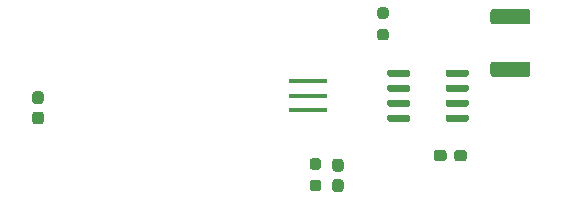
<source format=gbr>
%TF.GenerationSoftware,KiCad,Pcbnew,5.1.7-a382d34a8~88~ubuntu18.04.1*%
%TF.CreationDate,2021-02-25T09:45:04-05:00*%
%TF.ProjectId,PedalBaord,50656461-6c42-4616-9f72-642e6b696361,rev?*%
%TF.SameCoordinates,Original*%
%TF.FileFunction,Paste,Bot*%
%TF.FilePolarity,Positive*%
%FSLAX46Y46*%
G04 Gerber Fmt 4.6, Leading zero omitted, Abs format (unit mm)*
G04 Created by KiCad (PCBNEW 5.1.7-a382d34a8~88~ubuntu18.04.1) date 2021-02-25 09:45:04*
%MOMM*%
%LPD*%
G01*
G04 APERTURE LIST*
%ADD10R,3.200000X0.400000*%
G04 APERTURE END LIST*
D10*
%TO.C,Y1*%
X137160000Y-71190000D03*
X137160000Y-72390000D03*
X137160000Y-73590000D03*
%TD*%
%TO.C,U4*%
G36*
G01*
X148820000Y-74445000D02*
X148820000Y-74145000D01*
G75*
G02*
X148970000Y-73995000I150000J0D01*
G01*
X150620000Y-73995000D01*
G75*
G02*
X150770000Y-74145000I0J-150000D01*
G01*
X150770000Y-74445000D01*
G75*
G02*
X150620000Y-74595000I-150000J0D01*
G01*
X148970000Y-74595000D01*
G75*
G02*
X148820000Y-74445000I0J150000D01*
G01*
G37*
G36*
G01*
X148820000Y-73175000D02*
X148820000Y-72875000D01*
G75*
G02*
X148970000Y-72725000I150000J0D01*
G01*
X150620000Y-72725000D01*
G75*
G02*
X150770000Y-72875000I0J-150000D01*
G01*
X150770000Y-73175000D01*
G75*
G02*
X150620000Y-73325000I-150000J0D01*
G01*
X148970000Y-73325000D01*
G75*
G02*
X148820000Y-73175000I0J150000D01*
G01*
G37*
G36*
G01*
X148820000Y-71905000D02*
X148820000Y-71605000D01*
G75*
G02*
X148970000Y-71455000I150000J0D01*
G01*
X150620000Y-71455000D01*
G75*
G02*
X150770000Y-71605000I0J-150000D01*
G01*
X150770000Y-71905000D01*
G75*
G02*
X150620000Y-72055000I-150000J0D01*
G01*
X148970000Y-72055000D01*
G75*
G02*
X148820000Y-71905000I0J150000D01*
G01*
G37*
G36*
G01*
X148820000Y-70635000D02*
X148820000Y-70335000D01*
G75*
G02*
X148970000Y-70185000I150000J0D01*
G01*
X150620000Y-70185000D01*
G75*
G02*
X150770000Y-70335000I0J-150000D01*
G01*
X150770000Y-70635000D01*
G75*
G02*
X150620000Y-70785000I-150000J0D01*
G01*
X148970000Y-70785000D01*
G75*
G02*
X148820000Y-70635000I0J150000D01*
G01*
G37*
G36*
G01*
X143870000Y-70635000D02*
X143870000Y-70335000D01*
G75*
G02*
X144020000Y-70185000I150000J0D01*
G01*
X145670000Y-70185000D01*
G75*
G02*
X145820000Y-70335000I0J-150000D01*
G01*
X145820000Y-70635000D01*
G75*
G02*
X145670000Y-70785000I-150000J0D01*
G01*
X144020000Y-70785000D01*
G75*
G02*
X143870000Y-70635000I0J150000D01*
G01*
G37*
G36*
G01*
X143870000Y-71905000D02*
X143870000Y-71605000D01*
G75*
G02*
X144020000Y-71455000I150000J0D01*
G01*
X145670000Y-71455000D01*
G75*
G02*
X145820000Y-71605000I0J-150000D01*
G01*
X145820000Y-71905000D01*
G75*
G02*
X145670000Y-72055000I-150000J0D01*
G01*
X144020000Y-72055000D01*
G75*
G02*
X143870000Y-71905000I0J150000D01*
G01*
G37*
G36*
G01*
X143870000Y-73175000D02*
X143870000Y-72875000D01*
G75*
G02*
X144020000Y-72725000I150000J0D01*
G01*
X145670000Y-72725000D01*
G75*
G02*
X145820000Y-72875000I0J-150000D01*
G01*
X145820000Y-73175000D01*
G75*
G02*
X145670000Y-73325000I-150000J0D01*
G01*
X144020000Y-73325000D01*
G75*
G02*
X143870000Y-73175000I0J150000D01*
G01*
G37*
G36*
G01*
X143870000Y-74445000D02*
X143870000Y-74145000D01*
G75*
G02*
X144020000Y-73995000I150000J0D01*
G01*
X145670000Y-73995000D01*
G75*
G02*
X145820000Y-74145000I0J-150000D01*
G01*
X145820000Y-74445000D01*
G75*
G02*
X145670000Y-74595000I-150000J0D01*
G01*
X144020000Y-74595000D01*
G75*
G02*
X143870000Y-74445000I0J150000D01*
G01*
G37*
%TD*%
%TO.C,R5*%
G36*
G01*
X143747500Y-65892500D02*
X143272500Y-65892500D01*
G75*
G02*
X143035000Y-65655000I0J237500D01*
G01*
X143035000Y-65155000D01*
G75*
G02*
X143272500Y-64917500I237500J0D01*
G01*
X143747500Y-64917500D01*
G75*
G02*
X143985000Y-65155000I0J-237500D01*
G01*
X143985000Y-65655000D01*
G75*
G02*
X143747500Y-65892500I-237500J0D01*
G01*
G37*
G36*
G01*
X143747500Y-67717500D02*
X143272500Y-67717500D01*
G75*
G02*
X143035000Y-67480000I0J237500D01*
G01*
X143035000Y-66980000D01*
G75*
G02*
X143272500Y-66742500I237500J0D01*
G01*
X143747500Y-66742500D01*
G75*
G02*
X143985000Y-66980000I0J-237500D01*
G01*
X143985000Y-67480000D01*
G75*
G02*
X143747500Y-67717500I-237500J0D01*
G01*
G37*
%TD*%
%TO.C,R4*%
G36*
G01*
X138032500Y-78672500D02*
X137557500Y-78672500D01*
G75*
G02*
X137320000Y-78435000I0J237500D01*
G01*
X137320000Y-77935000D01*
G75*
G02*
X137557500Y-77697500I237500J0D01*
G01*
X138032500Y-77697500D01*
G75*
G02*
X138270000Y-77935000I0J-237500D01*
G01*
X138270000Y-78435000D01*
G75*
G02*
X138032500Y-78672500I-237500J0D01*
G01*
G37*
G36*
G01*
X138032500Y-80497500D02*
X137557500Y-80497500D01*
G75*
G02*
X137320000Y-80260000I0J237500D01*
G01*
X137320000Y-79760000D01*
G75*
G02*
X137557500Y-79522500I237500J0D01*
G01*
X138032500Y-79522500D01*
G75*
G02*
X138270000Y-79760000I0J-237500D01*
G01*
X138270000Y-80260000D01*
G75*
G02*
X138032500Y-80497500I-237500J0D01*
G01*
G37*
%TD*%
%TO.C,F1*%
G36*
G01*
X155755000Y-66370000D02*
X152855000Y-66370000D01*
G75*
G02*
X152605000Y-66120000I0J250000D01*
G01*
X152605000Y-65320000D01*
G75*
G02*
X152855000Y-65070000I250000J0D01*
G01*
X155755000Y-65070000D01*
G75*
G02*
X156005000Y-65320000I0J-250000D01*
G01*
X156005000Y-66120000D01*
G75*
G02*
X155755000Y-66370000I-250000J0D01*
G01*
G37*
G36*
G01*
X155755000Y-70820000D02*
X152855000Y-70820000D01*
G75*
G02*
X152605000Y-70570000I0J250000D01*
G01*
X152605000Y-69770000D01*
G75*
G02*
X152855000Y-69520000I250000J0D01*
G01*
X155755000Y-69520000D01*
G75*
G02*
X156005000Y-69770000I0J-250000D01*
G01*
X156005000Y-70570000D01*
G75*
G02*
X155755000Y-70820000I-250000J0D01*
G01*
G37*
%TD*%
%TO.C,C6*%
G36*
G01*
X148900000Y-77232500D02*
X148900000Y-77707500D01*
G75*
G02*
X148662500Y-77945000I-237500J0D01*
G01*
X148062500Y-77945000D01*
G75*
G02*
X147825000Y-77707500I0J237500D01*
G01*
X147825000Y-77232500D01*
G75*
G02*
X148062500Y-76995000I237500J0D01*
G01*
X148662500Y-76995000D01*
G75*
G02*
X148900000Y-77232500I0J-237500D01*
G01*
G37*
G36*
G01*
X150625000Y-77232500D02*
X150625000Y-77707500D01*
G75*
G02*
X150387500Y-77945000I-237500J0D01*
G01*
X149787500Y-77945000D01*
G75*
G02*
X149550000Y-77707500I0J237500D01*
G01*
X149550000Y-77232500D01*
G75*
G02*
X149787500Y-76995000I237500J0D01*
G01*
X150387500Y-76995000D01*
G75*
G02*
X150625000Y-77232500I0J-237500D01*
G01*
G37*
%TD*%
%TO.C,C5*%
G36*
G01*
X139937500Y-78822500D02*
X139462500Y-78822500D01*
G75*
G02*
X139225000Y-78585000I0J237500D01*
G01*
X139225000Y-77985000D01*
G75*
G02*
X139462500Y-77747500I237500J0D01*
G01*
X139937500Y-77747500D01*
G75*
G02*
X140175000Y-77985000I0J-237500D01*
G01*
X140175000Y-78585000D01*
G75*
G02*
X139937500Y-78822500I-237500J0D01*
G01*
G37*
G36*
G01*
X139937500Y-80547500D02*
X139462500Y-80547500D01*
G75*
G02*
X139225000Y-80310000I0J237500D01*
G01*
X139225000Y-79710000D01*
G75*
G02*
X139462500Y-79472500I237500J0D01*
G01*
X139937500Y-79472500D01*
G75*
G02*
X140175000Y-79710000I0J-237500D01*
G01*
X140175000Y-80310000D01*
G75*
G02*
X139937500Y-80547500I-237500J0D01*
G01*
G37*
%TD*%
%TO.C,C2*%
G36*
G01*
X114537500Y-73107500D02*
X114062500Y-73107500D01*
G75*
G02*
X113825000Y-72870000I0J237500D01*
G01*
X113825000Y-72270000D01*
G75*
G02*
X114062500Y-72032500I237500J0D01*
G01*
X114537500Y-72032500D01*
G75*
G02*
X114775000Y-72270000I0J-237500D01*
G01*
X114775000Y-72870000D01*
G75*
G02*
X114537500Y-73107500I-237500J0D01*
G01*
G37*
G36*
G01*
X114537500Y-74832500D02*
X114062500Y-74832500D01*
G75*
G02*
X113825000Y-74595000I0J237500D01*
G01*
X113825000Y-73995000D01*
G75*
G02*
X114062500Y-73757500I237500J0D01*
G01*
X114537500Y-73757500D01*
G75*
G02*
X114775000Y-73995000I0J-237500D01*
G01*
X114775000Y-74595000D01*
G75*
G02*
X114537500Y-74832500I-237500J0D01*
G01*
G37*
%TD*%
M02*

</source>
